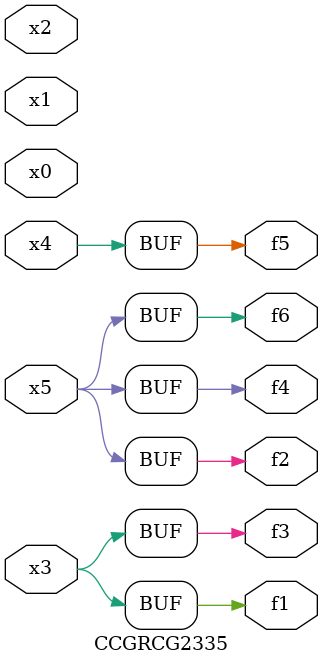
<source format=v>
module CCGRCG2335(
	input x0, x1, x2, x3, x4, x5,
	output f1, f2, f3, f4, f5, f6
);
	assign f1 = x3;
	assign f2 = x5;
	assign f3 = x3;
	assign f4 = x5;
	assign f5 = x4;
	assign f6 = x5;
endmodule

</source>
